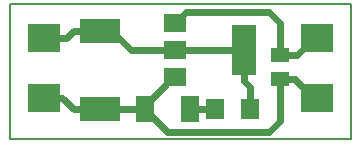
<source format=gbr>
%FSLAX34Y34*%
%MOMM*%
%LNCOPPER_TOP*%
G71*
G01*
%ADD10R, 1.900X1.500*%
%ADD11R, 2.100X4.200*%
%ADD12R, 3.500X2.000*%
%ADD13R, 1.500X1.200*%
%ADD14R, 2.800X2.400*%
%ADD15C, 0.600*%
%ADD16R, 1.500X1.800*%
%ADD17R, 1.600X2.200*%
%ADD18C, 0.200*%
%LPD*%
X150775Y104250D02*
G54D10*
D03*
X150675Y81250D02*
G54D10*
D03*
X150675Y58250D02*
G54D10*
D03*
X209375Y81150D02*
G54D11*
D03*
X87275Y97900D02*
G54D12*
D03*
X87275Y31225D02*
G54D12*
D03*
X239675Y56625D02*
G54D13*
D03*
X239675Y77225D02*
G54D13*
D03*
X271425Y91550D02*
G54D14*
D03*
X271425Y40750D02*
G54D14*
D03*
X39650Y91550D02*
G54D14*
D03*
X39650Y40750D02*
G54D14*
D03*
G54D15*
X239675Y77225D02*
X253925Y77225D01*
X261900Y85200D01*
G54D15*
X239675Y56625D02*
X252375Y56625D01*
X261900Y47100D01*
G54D15*
X39650Y91550D02*
X58700Y91550D01*
X65050Y97900D01*
X93625Y97900D01*
G54D15*
X39650Y40750D02*
X55525Y40750D01*
X65050Y31225D01*
X93625Y31225D01*
X214275Y31225D02*
G54D16*
D03*
X184907Y31225D02*
G54D16*
D03*
X125375Y31225D02*
G54D17*
D03*
X163475Y31225D02*
G54D17*
D03*
G54D15*
X239675Y77225D02*
X239675Y104250D01*
X230150Y113775D01*
X160300Y113775D01*
X150775Y104250D01*
G54D15*
X209375Y81150D02*
X209375Y55175D01*
X214275Y50275D01*
X214275Y31225D01*
G54D15*
X209375Y81150D02*
X150775Y81150D01*
X150675Y81250D01*
X113450Y81250D01*
X99975Y94725D01*
G54D15*
X125375Y31225D02*
X125375Y34400D01*
X144425Y53450D01*
G54D15*
X125375Y31225D02*
X87275Y31225D01*
G54D15*
X239675Y56625D02*
X239675Y21700D01*
X230150Y12175D01*
X144425Y12175D01*
X125375Y31225D01*
G54D15*
X184907Y31225D02*
X163475Y31225D01*
G54D18*
X300000Y120125D02*
X300000Y5825D01*
X11075Y5825D01*
X11075Y120125D01*
X300000Y120125D01*
M02*

</source>
